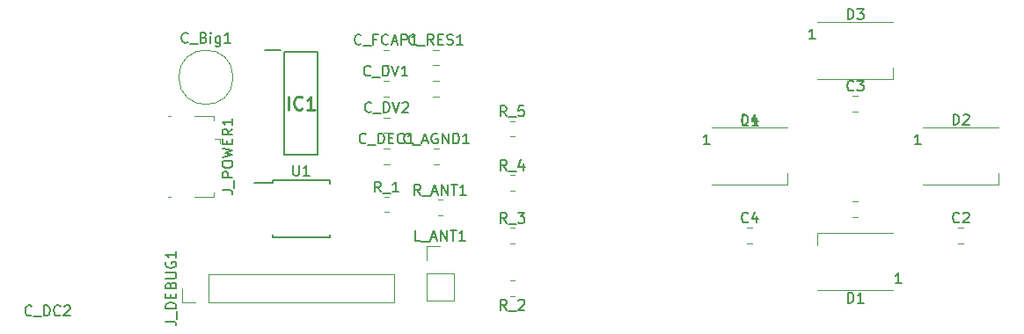
<source format=gbr>
%TF.GenerationSoftware,KiCad,Pcbnew,(6.0.7)*%
%TF.CreationDate,2022-09-13T21:36:05-06:00*%
%TF.ProjectId,attiny_rfid_light,61747469-6e79-45f7-9266-69645f6c6967,rev?*%
%TF.SameCoordinates,Original*%
%TF.FileFunction,Legend,Top*%
%TF.FilePolarity,Positive*%
%FSLAX46Y46*%
G04 Gerber Fmt 4.6, Leading zero omitted, Abs format (unit mm)*
G04 Created by KiCad (PCBNEW (6.0.7)) date 2022-09-13 21:36:05*
%MOMM*%
%LPD*%
G01*
G04 APERTURE LIST*
%ADD10C,0.150000*%
%ADD11C,0.254000*%
%ADD12C,0.120000*%
%ADD13C,0.200000*%
G04 APERTURE END LIST*
D10*
%TO.C,U1*%
X83058095Y-87212380D02*
X83058095Y-88021904D01*
X83105714Y-88117142D01*
X83153333Y-88164761D01*
X83248571Y-88212380D01*
X83439047Y-88212380D01*
X83534285Y-88164761D01*
X83581904Y-88117142D01*
X83629523Y-88021904D01*
X83629523Y-87212380D01*
X84629523Y-88212380D02*
X84058095Y-88212380D01*
X84343809Y-88212380D02*
X84343809Y-87212380D01*
X84248571Y-87355238D01*
X84153333Y-87450476D01*
X84058095Y-87498095D01*
%TO.C,R_ANT1*%
X95315547Y-90069780D02*
X94982214Y-89593590D01*
X94744119Y-90069780D02*
X94744119Y-89069780D01*
X95125071Y-89069780D01*
X95220309Y-89117400D01*
X95267928Y-89165019D01*
X95315547Y-89260257D01*
X95315547Y-89403114D01*
X95267928Y-89498352D01*
X95220309Y-89545971D01*
X95125071Y-89593590D01*
X94744119Y-89593590D01*
X95506023Y-90165019D02*
X96267928Y-90165019D01*
X96458404Y-89784066D02*
X96934595Y-89784066D01*
X96363166Y-90069780D02*
X96696500Y-89069780D01*
X97029833Y-90069780D01*
X97363166Y-90069780D02*
X97363166Y-89069780D01*
X97934595Y-90069780D01*
X97934595Y-89069780D01*
X98267928Y-89069780D02*
X98839357Y-89069780D01*
X98553642Y-90069780D02*
X98553642Y-89069780D01*
X99696500Y-90069780D02*
X99125071Y-90069780D01*
X99410785Y-90069780D02*
X99410785Y-89069780D01*
X99315547Y-89212638D01*
X99220309Y-89307876D01*
X99125071Y-89355495D01*
%TO.C,R_5*%
X103583980Y-82500280D02*
X103250647Y-82024090D01*
X103012552Y-82500280D02*
X103012552Y-81500280D01*
X103393504Y-81500280D01*
X103488742Y-81547900D01*
X103536361Y-81595519D01*
X103583980Y-81690757D01*
X103583980Y-81833614D01*
X103536361Y-81928852D01*
X103488742Y-81976471D01*
X103393504Y-82024090D01*
X103012552Y-82024090D01*
X103774457Y-82595519D02*
X104536361Y-82595519D01*
X105250647Y-81500280D02*
X104774457Y-81500280D01*
X104726838Y-81976471D01*
X104774457Y-81928852D01*
X104869695Y-81881233D01*
X105107790Y-81881233D01*
X105203028Y-81928852D01*
X105250647Y-81976471D01*
X105298266Y-82071709D01*
X105298266Y-82309804D01*
X105250647Y-82405042D01*
X105203028Y-82452661D01*
X105107790Y-82500280D01*
X104869695Y-82500280D01*
X104774457Y-82452661D01*
X104726838Y-82405042D01*
%TO.C,R_4*%
X103592380Y-87702380D02*
X103259047Y-87226190D01*
X103020952Y-87702380D02*
X103020952Y-86702380D01*
X103401904Y-86702380D01*
X103497142Y-86750000D01*
X103544761Y-86797619D01*
X103592380Y-86892857D01*
X103592380Y-87035714D01*
X103544761Y-87130952D01*
X103497142Y-87178571D01*
X103401904Y-87226190D01*
X103020952Y-87226190D01*
X103782857Y-87797619D02*
X104544761Y-87797619D01*
X105211428Y-87035714D02*
X105211428Y-87702380D01*
X104973333Y-86654761D02*
X104735238Y-87369047D01*
X105354285Y-87369047D01*
%TO.C,R_3*%
X103592380Y-92782380D02*
X103259047Y-92306190D01*
X103020952Y-92782380D02*
X103020952Y-91782380D01*
X103401904Y-91782380D01*
X103497142Y-91830000D01*
X103544761Y-91877619D01*
X103592380Y-91972857D01*
X103592380Y-92115714D01*
X103544761Y-92210952D01*
X103497142Y-92258571D01*
X103401904Y-92306190D01*
X103020952Y-92306190D01*
X103782857Y-92877619D02*
X104544761Y-92877619D01*
X104687619Y-91782380D02*
X105306666Y-91782380D01*
X104973333Y-92163333D01*
X105116190Y-92163333D01*
X105211428Y-92210952D01*
X105259047Y-92258571D01*
X105306666Y-92353809D01*
X105306666Y-92591904D01*
X105259047Y-92687142D01*
X105211428Y-92734761D01*
X105116190Y-92782380D01*
X104830476Y-92782380D01*
X104735238Y-92734761D01*
X104687619Y-92687142D01*
%TO.C,R_2*%
X103592380Y-101162380D02*
X103259047Y-100686190D01*
X103020952Y-101162380D02*
X103020952Y-100162380D01*
X103401904Y-100162380D01*
X103497142Y-100210000D01*
X103544761Y-100257619D01*
X103592380Y-100352857D01*
X103592380Y-100495714D01*
X103544761Y-100590952D01*
X103497142Y-100638571D01*
X103401904Y-100686190D01*
X103020952Y-100686190D01*
X103782857Y-101257619D02*
X104544761Y-101257619D01*
X104735238Y-100257619D02*
X104782857Y-100210000D01*
X104878095Y-100162380D01*
X105116190Y-100162380D01*
X105211428Y-100210000D01*
X105259047Y-100257619D01*
X105306666Y-100352857D01*
X105306666Y-100448095D01*
X105259047Y-100590952D01*
X104687619Y-101162380D01*
X105306666Y-101162380D01*
%TO.C,R_1*%
X91494580Y-89791280D02*
X91161247Y-89315090D01*
X90923152Y-89791280D02*
X90923152Y-88791280D01*
X91304104Y-88791280D01*
X91399342Y-88838900D01*
X91446961Y-88886519D01*
X91494580Y-88981757D01*
X91494580Y-89124614D01*
X91446961Y-89219852D01*
X91399342Y-89267471D01*
X91304104Y-89315090D01*
X90923152Y-89315090D01*
X91685057Y-89886519D02*
X92446961Y-89886519D01*
X93208866Y-89791280D02*
X92637438Y-89791280D01*
X92923152Y-89791280D02*
X92923152Y-88791280D01*
X92827914Y-88934138D01*
X92732676Y-89029376D01*
X92637438Y-89076995D01*
%TO.C,L_ANT1*%
X95315547Y-94469780D02*
X94839357Y-94469780D01*
X94839357Y-93469780D01*
X95410785Y-94565019D02*
X96172690Y-94565019D01*
X96363166Y-94184066D02*
X96839357Y-94184066D01*
X96267928Y-94469780D02*
X96601261Y-93469780D01*
X96934595Y-94469780D01*
X97267928Y-94469780D02*
X97267928Y-93469780D01*
X97839357Y-94469780D01*
X97839357Y-93469780D01*
X98172690Y-93469780D02*
X98744119Y-93469780D01*
X98458404Y-94469780D02*
X98458404Y-93469780D01*
X99601261Y-94469780D02*
X99029833Y-94469780D01*
X99315547Y-94469780D02*
X99315547Y-93469780D01*
X99220309Y-93612638D01*
X99125071Y-93707876D01*
X99029833Y-93755495D01*
%TO.C,J_POWER1*%
X76224880Y-89621904D02*
X76939166Y-89621904D01*
X77082023Y-89669523D01*
X77177261Y-89764761D01*
X77224880Y-89907619D01*
X77224880Y-90002857D01*
X77320119Y-89383809D02*
X77320119Y-88621904D01*
X77224880Y-88383809D02*
X76224880Y-88383809D01*
X76224880Y-88002857D01*
X76272500Y-87907619D01*
X76320119Y-87860000D01*
X76415357Y-87812380D01*
X76558214Y-87812380D01*
X76653452Y-87860000D01*
X76701071Y-87907619D01*
X76748690Y-88002857D01*
X76748690Y-88383809D01*
X76224880Y-87193333D02*
X76224880Y-87002857D01*
X76272500Y-86907619D01*
X76367738Y-86812380D01*
X76558214Y-86764761D01*
X76891547Y-86764761D01*
X77082023Y-86812380D01*
X77177261Y-86907619D01*
X77224880Y-87002857D01*
X77224880Y-87193333D01*
X77177261Y-87288571D01*
X77082023Y-87383809D01*
X76891547Y-87431428D01*
X76558214Y-87431428D01*
X76367738Y-87383809D01*
X76272500Y-87288571D01*
X76224880Y-87193333D01*
X76224880Y-86431428D02*
X77224880Y-86193333D01*
X76510595Y-86002857D01*
X77224880Y-85812380D01*
X76224880Y-85574285D01*
X76701071Y-85193333D02*
X76701071Y-84860000D01*
X77224880Y-84717142D02*
X77224880Y-85193333D01*
X76224880Y-85193333D01*
X76224880Y-84717142D01*
X77224880Y-83717142D02*
X76748690Y-84050476D01*
X77224880Y-84288571D02*
X76224880Y-84288571D01*
X76224880Y-83907619D01*
X76272500Y-83812380D01*
X76320119Y-83764761D01*
X76415357Y-83717142D01*
X76558214Y-83717142D01*
X76653452Y-83764761D01*
X76701071Y-83812380D01*
X76748690Y-83907619D01*
X76748690Y-84288571D01*
X77224880Y-82764761D02*
X77224880Y-83336190D01*
X77224880Y-83050476D02*
X76224880Y-83050476D01*
X76367738Y-83145714D01*
X76462976Y-83240952D01*
X76510595Y-83336190D01*
%TO.C,J_DEBUG1*%
X70782380Y-102250476D02*
X71496666Y-102250476D01*
X71639523Y-102298095D01*
X71734761Y-102393333D01*
X71782380Y-102536190D01*
X71782380Y-102631428D01*
X71877619Y-102012380D02*
X71877619Y-101250476D01*
X71782380Y-101012380D02*
X70782380Y-101012380D01*
X70782380Y-100774285D01*
X70830000Y-100631428D01*
X70925238Y-100536190D01*
X71020476Y-100488571D01*
X71210952Y-100440952D01*
X71353809Y-100440952D01*
X71544285Y-100488571D01*
X71639523Y-100536190D01*
X71734761Y-100631428D01*
X71782380Y-100774285D01*
X71782380Y-101012380D01*
X71258571Y-100012380D02*
X71258571Y-99679047D01*
X71782380Y-99536190D02*
X71782380Y-100012380D01*
X70782380Y-100012380D01*
X70782380Y-99536190D01*
X71258571Y-98774285D02*
X71306190Y-98631428D01*
X71353809Y-98583809D01*
X71449047Y-98536190D01*
X71591904Y-98536190D01*
X71687142Y-98583809D01*
X71734761Y-98631428D01*
X71782380Y-98726666D01*
X71782380Y-99107619D01*
X70782380Y-99107619D01*
X70782380Y-98774285D01*
X70830000Y-98679047D01*
X70877619Y-98631428D01*
X70972857Y-98583809D01*
X71068095Y-98583809D01*
X71163333Y-98631428D01*
X71210952Y-98679047D01*
X71258571Y-98774285D01*
X71258571Y-99107619D01*
X70782380Y-98107619D02*
X71591904Y-98107619D01*
X71687142Y-98060000D01*
X71734761Y-98012380D01*
X71782380Y-97917142D01*
X71782380Y-97726666D01*
X71734761Y-97631428D01*
X71687142Y-97583809D01*
X71591904Y-97536190D01*
X70782380Y-97536190D01*
X70830000Y-96536190D02*
X70782380Y-96631428D01*
X70782380Y-96774285D01*
X70830000Y-96917142D01*
X70925238Y-97012380D01*
X71020476Y-97060000D01*
X71210952Y-97107619D01*
X71353809Y-97107619D01*
X71544285Y-97060000D01*
X71639523Y-97012380D01*
X71734761Y-96917142D01*
X71782380Y-96774285D01*
X71782380Y-96679047D01*
X71734761Y-96536190D01*
X71687142Y-96488571D01*
X71353809Y-96488571D01*
X71353809Y-96679047D01*
X71782380Y-95536190D02*
X71782380Y-96107619D01*
X71782380Y-95821904D02*
X70782380Y-95821904D01*
X70925238Y-95917142D01*
X71020476Y-96012380D01*
X71068095Y-96107619D01*
D11*
%TO.C,IC1*%
X82580238Y-81854523D02*
X82580238Y-80584523D01*
X83910714Y-81733571D02*
X83850238Y-81794047D01*
X83668809Y-81854523D01*
X83547857Y-81854523D01*
X83366428Y-81794047D01*
X83245476Y-81673095D01*
X83185000Y-81552142D01*
X83124523Y-81310238D01*
X83124523Y-81128809D01*
X83185000Y-80886904D01*
X83245476Y-80765952D01*
X83366428Y-80645000D01*
X83547857Y-80584523D01*
X83668809Y-80584523D01*
X83850238Y-80645000D01*
X83910714Y-80705476D01*
X85120238Y-81854523D02*
X84394523Y-81854523D01*
X84757380Y-81854523D02*
X84757380Y-80584523D01*
X84636428Y-80765952D01*
X84515476Y-80886904D01*
X84394523Y-80947380D01*
D10*
%TO.C,D4*%
X126261904Y-83312380D02*
X126261904Y-82312380D01*
X126500000Y-82312380D01*
X126642857Y-82360000D01*
X126738095Y-82455238D01*
X126785714Y-82550476D01*
X126833333Y-82740952D01*
X126833333Y-82883809D01*
X126785714Y-83074285D01*
X126738095Y-83169523D01*
X126642857Y-83264761D01*
X126500000Y-83312380D01*
X126261904Y-83312380D01*
X127690476Y-82645714D02*
X127690476Y-83312380D01*
X127452380Y-82264761D02*
X127214285Y-82979047D01*
X127833333Y-82979047D01*
X123135714Y-85212380D02*
X122564285Y-85212380D01*
X122850000Y-85212380D02*
X122850000Y-84212380D01*
X122754761Y-84355238D01*
X122659523Y-84450476D01*
X122564285Y-84498095D01*
%TO.C,D3*%
X136421904Y-73152380D02*
X136421904Y-72152380D01*
X136660000Y-72152380D01*
X136802857Y-72200000D01*
X136898095Y-72295238D01*
X136945714Y-72390476D01*
X136993333Y-72580952D01*
X136993333Y-72723809D01*
X136945714Y-72914285D01*
X136898095Y-73009523D01*
X136802857Y-73104761D01*
X136660000Y-73152380D01*
X136421904Y-73152380D01*
X137326666Y-72152380D02*
X137945714Y-72152380D01*
X137612380Y-72533333D01*
X137755238Y-72533333D01*
X137850476Y-72580952D01*
X137898095Y-72628571D01*
X137945714Y-72723809D01*
X137945714Y-72961904D01*
X137898095Y-73057142D01*
X137850476Y-73104761D01*
X137755238Y-73152380D01*
X137469523Y-73152380D01*
X137374285Y-73104761D01*
X137326666Y-73057142D01*
X133295714Y-75052380D02*
X132724285Y-75052380D01*
X133010000Y-75052380D02*
X133010000Y-74052380D01*
X132914761Y-74195238D01*
X132819523Y-74290476D01*
X132724285Y-74338095D01*
%TO.C,D2*%
X146581904Y-83312380D02*
X146581904Y-82312380D01*
X146820000Y-82312380D01*
X146962857Y-82360000D01*
X147058095Y-82455238D01*
X147105714Y-82550476D01*
X147153333Y-82740952D01*
X147153333Y-82883809D01*
X147105714Y-83074285D01*
X147058095Y-83169523D01*
X146962857Y-83264761D01*
X146820000Y-83312380D01*
X146581904Y-83312380D01*
X147534285Y-82407619D02*
X147581904Y-82360000D01*
X147677142Y-82312380D01*
X147915238Y-82312380D01*
X148010476Y-82360000D01*
X148058095Y-82407619D01*
X148105714Y-82502857D01*
X148105714Y-82598095D01*
X148058095Y-82740952D01*
X147486666Y-83312380D01*
X148105714Y-83312380D01*
X143455714Y-85212380D02*
X142884285Y-85212380D01*
X143170000Y-85212380D02*
X143170000Y-84212380D01*
X143074761Y-84355238D01*
X142979523Y-84450476D01*
X142884285Y-84498095D01*
%TO.C,D1*%
X136421904Y-100472380D02*
X136421904Y-99472380D01*
X136660000Y-99472380D01*
X136802857Y-99520000D01*
X136898095Y-99615238D01*
X136945714Y-99710476D01*
X136993333Y-99900952D01*
X136993333Y-100043809D01*
X136945714Y-100234285D01*
X136898095Y-100329523D01*
X136802857Y-100424761D01*
X136660000Y-100472380D01*
X136421904Y-100472380D01*
X137945714Y-100472380D02*
X137374285Y-100472380D01*
X137660000Y-100472380D02*
X137660000Y-99472380D01*
X137564761Y-99615238D01*
X137469523Y-99710476D01*
X137374285Y-99758095D01*
X141595714Y-98572380D02*
X141024285Y-98572380D01*
X141310000Y-98572380D02*
X141310000Y-97572380D01*
X141214761Y-97715238D01*
X141119523Y-97810476D01*
X141024285Y-97858095D01*
%TO.C,C_RES1*%
X94813209Y-75509342D02*
X94765590Y-75556961D01*
X94622733Y-75604580D01*
X94527495Y-75604580D01*
X94384638Y-75556961D01*
X94289400Y-75461723D01*
X94241780Y-75366485D01*
X94194161Y-75176009D01*
X94194161Y-75033152D01*
X94241780Y-74842676D01*
X94289400Y-74747438D01*
X94384638Y-74652200D01*
X94527495Y-74604580D01*
X94622733Y-74604580D01*
X94765590Y-74652200D01*
X94813209Y-74699819D01*
X95003685Y-75699819D02*
X95765590Y-75699819D01*
X96575114Y-75604580D02*
X96241780Y-75128390D01*
X96003685Y-75604580D02*
X96003685Y-74604580D01*
X96384638Y-74604580D01*
X96479876Y-74652200D01*
X96527495Y-74699819D01*
X96575114Y-74795057D01*
X96575114Y-74937914D01*
X96527495Y-75033152D01*
X96479876Y-75080771D01*
X96384638Y-75128390D01*
X96003685Y-75128390D01*
X97003685Y-75080771D02*
X97337019Y-75080771D01*
X97479876Y-75604580D02*
X97003685Y-75604580D01*
X97003685Y-74604580D01*
X97479876Y-74604580D01*
X97860828Y-75556961D02*
X98003685Y-75604580D01*
X98241780Y-75604580D01*
X98337019Y-75556961D01*
X98384638Y-75509342D01*
X98432257Y-75414104D01*
X98432257Y-75318866D01*
X98384638Y-75223628D01*
X98337019Y-75176009D01*
X98241780Y-75128390D01*
X98051304Y-75080771D01*
X97956066Y-75033152D01*
X97908447Y-74985533D01*
X97860828Y-74890295D01*
X97860828Y-74795057D01*
X97908447Y-74699819D01*
X97956066Y-74652200D01*
X98051304Y-74604580D01*
X98289400Y-74604580D01*
X98432257Y-74652200D01*
X99384638Y-75604580D02*
X98813209Y-75604580D01*
X99098923Y-75604580D02*
X99098923Y-74604580D01*
X99003685Y-74747438D01*
X98908447Y-74842676D01*
X98813209Y-74890295D01*
%TO.C,C_FCAP1*%
X89574638Y-75509342D02*
X89527019Y-75556961D01*
X89384161Y-75604580D01*
X89288923Y-75604580D01*
X89146066Y-75556961D01*
X89050828Y-75461723D01*
X89003209Y-75366485D01*
X88955590Y-75176009D01*
X88955590Y-75033152D01*
X89003209Y-74842676D01*
X89050828Y-74747438D01*
X89146066Y-74652200D01*
X89288923Y-74604580D01*
X89384161Y-74604580D01*
X89527019Y-74652200D01*
X89574638Y-74699819D01*
X89765114Y-75699819D02*
X90527019Y-75699819D01*
X91098447Y-75080771D02*
X90765114Y-75080771D01*
X90765114Y-75604580D02*
X90765114Y-74604580D01*
X91241304Y-74604580D01*
X92193685Y-75509342D02*
X92146066Y-75556961D01*
X92003209Y-75604580D01*
X91907971Y-75604580D01*
X91765114Y-75556961D01*
X91669876Y-75461723D01*
X91622257Y-75366485D01*
X91574638Y-75176009D01*
X91574638Y-75033152D01*
X91622257Y-74842676D01*
X91669876Y-74747438D01*
X91765114Y-74652200D01*
X91907971Y-74604580D01*
X92003209Y-74604580D01*
X92146066Y-74652200D01*
X92193685Y-74699819D01*
X92574638Y-75318866D02*
X93050828Y-75318866D01*
X92479400Y-75604580D02*
X92812733Y-74604580D01*
X93146066Y-75604580D01*
X93479400Y-75604580D02*
X93479400Y-74604580D01*
X93860352Y-74604580D01*
X93955590Y-74652200D01*
X94003209Y-74699819D01*
X94050828Y-74795057D01*
X94050828Y-74937914D01*
X94003209Y-75033152D01*
X93955590Y-75080771D01*
X93860352Y-75128390D01*
X93479400Y-75128390D01*
X95003209Y-75604580D02*
X94431780Y-75604580D01*
X94717495Y-75604580D02*
X94717495Y-74604580D01*
X94622257Y-74747438D01*
X94527019Y-74842676D01*
X94431780Y-74890295D01*
%TO.C,C_DV2*%
X90573809Y-82027142D02*
X90526190Y-82074761D01*
X90383333Y-82122380D01*
X90288095Y-82122380D01*
X90145238Y-82074761D01*
X90050000Y-81979523D01*
X90002380Y-81884285D01*
X89954761Y-81693809D01*
X89954761Y-81550952D01*
X90002380Y-81360476D01*
X90050000Y-81265238D01*
X90145238Y-81170000D01*
X90288095Y-81122380D01*
X90383333Y-81122380D01*
X90526190Y-81170000D01*
X90573809Y-81217619D01*
X90764285Y-82217619D02*
X91526190Y-82217619D01*
X91764285Y-82122380D02*
X91764285Y-81122380D01*
X92002380Y-81122380D01*
X92145238Y-81170000D01*
X92240476Y-81265238D01*
X92288095Y-81360476D01*
X92335714Y-81550952D01*
X92335714Y-81693809D01*
X92288095Y-81884285D01*
X92240476Y-81979523D01*
X92145238Y-82074761D01*
X92002380Y-82122380D01*
X91764285Y-82122380D01*
X92621428Y-81122380D02*
X92954761Y-82122380D01*
X93288095Y-81122380D01*
X93573809Y-81217619D02*
X93621428Y-81170000D01*
X93716666Y-81122380D01*
X93954761Y-81122380D01*
X94050000Y-81170000D01*
X94097619Y-81217619D01*
X94145238Y-81312857D01*
X94145238Y-81408095D01*
X94097619Y-81550952D01*
X93526190Y-82122380D01*
X94145238Y-82122380D01*
%TO.C,C_DV1*%
X90503209Y-78519342D02*
X90455590Y-78566961D01*
X90312733Y-78614580D01*
X90217495Y-78614580D01*
X90074638Y-78566961D01*
X89979400Y-78471723D01*
X89931780Y-78376485D01*
X89884161Y-78186009D01*
X89884161Y-78043152D01*
X89931780Y-77852676D01*
X89979400Y-77757438D01*
X90074638Y-77662200D01*
X90217495Y-77614580D01*
X90312733Y-77614580D01*
X90455590Y-77662200D01*
X90503209Y-77709819D01*
X90693685Y-78709819D02*
X91455590Y-78709819D01*
X91693685Y-78614580D02*
X91693685Y-77614580D01*
X91931780Y-77614580D01*
X92074638Y-77662200D01*
X92169876Y-77757438D01*
X92217495Y-77852676D01*
X92265114Y-78043152D01*
X92265114Y-78186009D01*
X92217495Y-78376485D01*
X92169876Y-78471723D01*
X92074638Y-78566961D01*
X91931780Y-78614580D01*
X91693685Y-78614580D01*
X92550828Y-77614580D02*
X92884161Y-78614580D01*
X93217495Y-77614580D01*
X94074638Y-78614580D02*
X93503209Y-78614580D01*
X93788923Y-78614580D02*
X93788923Y-77614580D01*
X93693685Y-77757438D01*
X93598447Y-77852676D01*
X93503209Y-77900295D01*
%TO.C,C_DEC1*%
X90050000Y-85037142D02*
X90002380Y-85084761D01*
X89859523Y-85132380D01*
X89764285Y-85132380D01*
X89621428Y-85084761D01*
X89526190Y-84989523D01*
X89478571Y-84894285D01*
X89430952Y-84703809D01*
X89430952Y-84560952D01*
X89478571Y-84370476D01*
X89526190Y-84275238D01*
X89621428Y-84180000D01*
X89764285Y-84132380D01*
X89859523Y-84132380D01*
X90002380Y-84180000D01*
X90050000Y-84227619D01*
X90240476Y-85227619D02*
X91002380Y-85227619D01*
X91240476Y-85132380D02*
X91240476Y-84132380D01*
X91478571Y-84132380D01*
X91621428Y-84180000D01*
X91716666Y-84275238D01*
X91764285Y-84370476D01*
X91811904Y-84560952D01*
X91811904Y-84703809D01*
X91764285Y-84894285D01*
X91716666Y-84989523D01*
X91621428Y-85084761D01*
X91478571Y-85132380D01*
X91240476Y-85132380D01*
X92240476Y-84608571D02*
X92573809Y-84608571D01*
X92716666Y-85132380D02*
X92240476Y-85132380D01*
X92240476Y-84132380D01*
X92716666Y-84132380D01*
X93716666Y-85037142D02*
X93669047Y-85084761D01*
X93526190Y-85132380D01*
X93430952Y-85132380D01*
X93288095Y-85084761D01*
X93192857Y-84989523D01*
X93145238Y-84894285D01*
X93097619Y-84703809D01*
X93097619Y-84560952D01*
X93145238Y-84370476D01*
X93192857Y-84275238D01*
X93288095Y-84180000D01*
X93430952Y-84132380D01*
X93526190Y-84132380D01*
X93669047Y-84180000D01*
X93716666Y-84227619D01*
X94669047Y-85132380D02*
X94097619Y-85132380D01*
X94383333Y-85132380D02*
X94383333Y-84132380D01*
X94288095Y-84275238D01*
X94192857Y-84370476D01*
X94097619Y-84418095D01*
%TO.C,C_DC2*%
X57880380Y-101616042D02*
X57832761Y-101663661D01*
X57689904Y-101711280D01*
X57594666Y-101711280D01*
X57451809Y-101663661D01*
X57356571Y-101568423D01*
X57308952Y-101473185D01*
X57261333Y-101282709D01*
X57261333Y-101139852D01*
X57308952Y-100949376D01*
X57356571Y-100854138D01*
X57451809Y-100758900D01*
X57594666Y-100711280D01*
X57689904Y-100711280D01*
X57832761Y-100758900D01*
X57880380Y-100806519D01*
X58070857Y-101806519D02*
X58832761Y-101806519D01*
X59070857Y-101711280D02*
X59070857Y-100711280D01*
X59308952Y-100711280D01*
X59451809Y-100758900D01*
X59547047Y-100854138D01*
X59594666Y-100949376D01*
X59642285Y-101139852D01*
X59642285Y-101282709D01*
X59594666Y-101473185D01*
X59547047Y-101568423D01*
X59451809Y-101663661D01*
X59308952Y-101711280D01*
X59070857Y-101711280D01*
X60642285Y-101616042D02*
X60594666Y-101663661D01*
X60451809Y-101711280D01*
X60356571Y-101711280D01*
X60213714Y-101663661D01*
X60118476Y-101568423D01*
X60070857Y-101473185D01*
X60023238Y-101282709D01*
X60023238Y-101139852D01*
X60070857Y-100949376D01*
X60118476Y-100854138D01*
X60213714Y-100758900D01*
X60356571Y-100711280D01*
X60451809Y-100711280D01*
X60594666Y-100758900D01*
X60642285Y-100806519D01*
X61023238Y-100806519D02*
X61070857Y-100758900D01*
X61166095Y-100711280D01*
X61404190Y-100711280D01*
X61499428Y-100758900D01*
X61547047Y-100806519D01*
X61594666Y-100901757D01*
X61594666Y-100996995D01*
X61547047Y-101139852D01*
X60975619Y-101711280D01*
X61594666Y-101711280D01*
%TO.C,C_Big1*%
X72921904Y-75347142D02*
X72874285Y-75394761D01*
X72731428Y-75442380D01*
X72636190Y-75442380D01*
X72493333Y-75394761D01*
X72398095Y-75299523D01*
X72350476Y-75204285D01*
X72302857Y-75013809D01*
X72302857Y-74870952D01*
X72350476Y-74680476D01*
X72398095Y-74585238D01*
X72493333Y-74490000D01*
X72636190Y-74442380D01*
X72731428Y-74442380D01*
X72874285Y-74490000D01*
X72921904Y-74537619D01*
X73112380Y-75537619D02*
X73874285Y-75537619D01*
X74445714Y-74918571D02*
X74588571Y-74966190D01*
X74636190Y-75013809D01*
X74683809Y-75109047D01*
X74683809Y-75251904D01*
X74636190Y-75347142D01*
X74588571Y-75394761D01*
X74493333Y-75442380D01*
X74112380Y-75442380D01*
X74112380Y-74442380D01*
X74445714Y-74442380D01*
X74540952Y-74490000D01*
X74588571Y-74537619D01*
X74636190Y-74632857D01*
X74636190Y-74728095D01*
X74588571Y-74823333D01*
X74540952Y-74870952D01*
X74445714Y-74918571D01*
X74112380Y-74918571D01*
X75112380Y-75442380D02*
X75112380Y-74775714D01*
X75112380Y-74442380D02*
X75064761Y-74490000D01*
X75112380Y-74537619D01*
X75160000Y-74490000D01*
X75112380Y-74442380D01*
X75112380Y-74537619D01*
X76017142Y-74775714D02*
X76017142Y-75585238D01*
X75969523Y-75680476D01*
X75921904Y-75728095D01*
X75826666Y-75775714D01*
X75683809Y-75775714D01*
X75588571Y-75728095D01*
X76017142Y-75394761D02*
X75921904Y-75442380D01*
X75731428Y-75442380D01*
X75636190Y-75394761D01*
X75588571Y-75347142D01*
X75540952Y-75251904D01*
X75540952Y-74966190D01*
X75588571Y-74870952D01*
X75636190Y-74823333D01*
X75731428Y-74775714D01*
X75921904Y-74775714D01*
X76017142Y-74823333D01*
X77017142Y-75442380D02*
X76445714Y-75442380D01*
X76731428Y-75442380D02*
X76731428Y-74442380D01*
X76636190Y-74585238D01*
X76540952Y-74680476D01*
X76445714Y-74728095D01*
%TO.C,C_AGND1*%
X94360000Y-85037142D02*
X94312380Y-85084761D01*
X94169523Y-85132380D01*
X94074285Y-85132380D01*
X93931428Y-85084761D01*
X93836190Y-84989523D01*
X93788571Y-84894285D01*
X93740952Y-84703809D01*
X93740952Y-84560952D01*
X93788571Y-84370476D01*
X93836190Y-84275238D01*
X93931428Y-84180000D01*
X94074285Y-84132380D01*
X94169523Y-84132380D01*
X94312380Y-84180000D01*
X94360000Y-84227619D01*
X94550476Y-85227619D02*
X95312380Y-85227619D01*
X95502857Y-84846666D02*
X95979047Y-84846666D01*
X95407619Y-85132380D02*
X95740952Y-84132380D01*
X96074285Y-85132380D01*
X96931428Y-84180000D02*
X96836190Y-84132380D01*
X96693333Y-84132380D01*
X96550476Y-84180000D01*
X96455238Y-84275238D01*
X96407619Y-84370476D01*
X96360000Y-84560952D01*
X96360000Y-84703809D01*
X96407619Y-84894285D01*
X96455238Y-84989523D01*
X96550476Y-85084761D01*
X96693333Y-85132380D01*
X96788571Y-85132380D01*
X96931428Y-85084761D01*
X96979047Y-85037142D01*
X96979047Y-84703809D01*
X96788571Y-84703809D01*
X97407619Y-85132380D02*
X97407619Y-84132380D01*
X97979047Y-85132380D01*
X97979047Y-84132380D01*
X98455238Y-85132380D02*
X98455238Y-84132380D01*
X98693333Y-84132380D01*
X98836190Y-84180000D01*
X98931428Y-84275238D01*
X98979047Y-84370476D01*
X99026666Y-84560952D01*
X99026666Y-84703809D01*
X98979047Y-84894285D01*
X98931428Y-84989523D01*
X98836190Y-85084761D01*
X98693333Y-85132380D01*
X98455238Y-85132380D01*
X99979047Y-85132380D02*
X99407619Y-85132380D01*
X99693333Y-85132380D02*
X99693333Y-84132380D01*
X99598095Y-84275238D01*
X99502857Y-84370476D01*
X99407619Y-84418095D01*
%TO.C,C4*%
X126833333Y-92657142D02*
X126785714Y-92704761D01*
X126642857Y-92752380D01*
X126547619Y-92752380D01*
X126404761Y-92704761D01*
X126309523Y-92609523D01*
X126261904Y-92514285D01*
X126214285Y-92323809D01*
X126214285Y-92180952D01*
X126261904Y-91990476D01*
X126309523Y-91895238D01*
X126404761Y-91800000D01*
X126547619Y-91752380D01*
X126642857Y-91752380D01*
X126785714Y-91800000D01*
X126833333Y-91847619D01*
X127690476Y-92085714D02*
X127690476Y-92752380D01*
X127452380Y-91704761D02*
X127214285Y-92419047D01*
X127833333Y-92419047D01*
%TO.C,C3*%
X136993333Y-79957142D02*
X136945714Y-80004761D01*
X136802857Y-80052380D01*
X136707619Y-80052380D01*
X136564761Y-80004761D01*
X136469523Y-79909523D01*
X136421904Y-79814285D01*
X136374285Y-79623809D01*
X136374285Y-79480952D01*
X136421904Y-79290476D01*
X136469523Y-79195238D01*
X136564761Y-79100000D01*
X136707619Y-79052380D01*
X136802857Y-79052380D01*
X136945714Y-79100000D01*
X136993333Y-79147619D01*
X137326666Y-79052380D02*
X137945714Y-79052380D01*
X137612380Y-79433333D01*
X137755238Y-79433333D01*
X137850476Y-79480952D01*
X137898095Y-79528571D01*
X137945714Y-79623809D01*
X137945714Y-79861904D01*
X137898095Y-79957142D01*
X137850476Y-80004761D01*
X137755238Y-80052380D01*
X137469523Y-80052380D01*
X137374285Y-80004761D01*
X137326666Y-79957142D01*
%TO.C,C2*%
X147153333Y-92657142D02*
X147105714Y-92704761D01*
X146962857Y-92752380D01*
X146867619Y-92752380D01*
X146724761Y-92704761D01*
X146629523Y-92609523D01*
X146581904Y-92514285D01*
X146534285Y-92323809D01*
X146534285Y-92180952D01*
X146581904Y-91990476D01*
X146629523Y-91895238D01*
X146724761Y-91800000D01*
X146867619Y-91752380D01*
X146962857Y-91752380D01*
X147105714Y-91800000D01*
X147153333Y-91847619D01*
X147534285Y-91847619D02*
X147581904Y-91800000D01*
X147677142Y-91752380D01*
X147915238Y-91752380D01*
X148010476Y-91800000D01*
X148058095Y-91847619D01*
X148105714Y-91942857D01*
X148105714Y-92038095D01*
X148058095Y-92180952D01*
X147486666Y-92752380D01*
X148105714Y-92752380D01*
%TO.C,C1*%
X126833333Y-83317142D02*
X126785714Y-83364761D01*
X126642857Y-83412380D01*
X126547619Y-83412380D01*
X126404761Y-83364761D01*
X126309523Y-83269523D01*
X126261904Y-83174285D01*
X126214285Y-82983809D01*
X126214285Y-82840952D01*
X126261904Y-82650476D01*
X126309523Y-82555238D01*
X126404761Y-82460000D01*
X126547619Y-82412380D01*
X126642857Y-82412380D01*
X126785714Y-82460000D01*
X126833333Y-82507619D01*
X127785714Y-83412380D02*
X127214285Y-83412380D01*
X127500000Y-83412380D02*
X127500000Y-82412380D01*
X127404761Y-82555238D01*
X127309523Y-82650476D01*
X127214285Y-82698095D01*
%TO.C,U1*%
X81070000Y-88685000D02*
X81070000Y-88890000D01*
X81070000Y-94195000D02*
X81070000Y-93895000D01*
X86570000Y-94195000D02*
X86570000Y-93895000D01*
X81070000Y-94195000D02*
X86570000Y-94195000D01*
X86570000Y-88685000D02*
X86570000Y-88985000D01*
X81070000Y-88890000D02*
X79320000Y-88890000D01*
X81070000Y-88685000D02*
X86570000Y-88685000D01*
D12*
%TO.C,R_ANT1*%
X96969436Y-92002400D02*
X97423564Y-92002400D01*
X96969436Y-90532400D02*
X97423564Y-90532400D01*
%TO.C,R_5*%
X103904536Y-82962900D02*
X104358664Y-82962900D01*
X103904536Y-84432900D02*
X104358664Y-84432900D01*
%TO.C,R_4*%
X103912936Y-88165000D02*
X104367064Y-88165000D01*
X103912936Y-89635000D02*
X104367064Y-89635000D01*
%TO.C,R_3*%
X103912936Y-93245000D02*
X104367064Y-93245000D01*
X103912936Y-94715000D02*
X104367064Y-94715000D01*
%TO.C,R_2*%
X104367064Y-99795000D02*
X103912936Y-99795000D01*
X104367064Y-98325000D02*
X103912936Y-98325000D01*
%TO.C,R_1*%
X91815136Y-90253900D02*
X92269264Y-90253900D01*
X91815136Y-91723900D02*
X92269264Y-91723900D01*
%TO.C,L_ANT1*%
X95866500Y-96347400D02*
X95866500Y-95017400D01*
X95866500Y-100217400D02*
X98526500Y-100217400D01*
X95866500Y-97617400D02*
X95866500Y-100217400D01*
X95866500Y-97617400D02*
X98526500Y-97617400D01*
X95866500Y-95017400D02*
X97196500Y-95017400D01*
X98526500Y-97617400D02*
X98526500Y-100217400D01*
%TO.C,J_POWER1*%
X75422500Y-82460000D02*
X75422500Y-82910000D01*
X75972500Y-84660000D02*
X75522500Y-84660000D01*
X73572500Y-82460000D02*
X75422500Y-82460000D01*
X71022500Y-90260000D02*
X71272500Y-90260000D01*
X75972500Y-84660000D02*
X75972500Y-85110000D01*
X73572500Y-90260000D02*
X75422500Y-90260000D01*
X75422500Y-90260000D02*
X75422500Y-89810000D01*
X71022500Y-82460000D02*
X71272500Y-82460000D01*
%TO.C,J_DEBUG1*%
X74930000Y-100390000D02*
X74930000Y-97730000D01*
X92770000Y-100390000D02*
X92770000Y-97730000D01*
X74930000Y-100390000D02*
X92770000Y-100390000D01*
X73660000Y-100390000D02*
X72330000Y-100390000D01*
X74930000Y-97730000D02*
X92770000Y-97730000D01*
X72330000Y-100390000D02*
X72330000Y-99060000D01*
D13*
%TO.C,IC1*%
X85420000Y-86225000D02*
X82220000Y-86225000D01*
X80320000Y-76160000D02*
X81870000Y-76160000D01*
X82220000Y-76335000D02*
X85420000Y-76335000D01*
X85420000Y-76335000D02*
X85420000Y-86225000D01*
X82220000Y-86225000D02*
X82220000Y-76335000D01*
D12*
%TO.C,D4*%
X123350000Y-83610000D02*
X130650000Y-83610000D01*
X123350000Y-89110000D02*
X130650000Y-89110000D01*
X130650000Y-89110000D02*
X130650000Y-87960000D01*
%TO.C,D3*%
X133510000Y-73450000D02*
X140810000Y-73450000D01*
X133510000Y-78950000D02*
X140810000Y-78950000D01*
X140810000Y-78950000D02*
X140810000Y-77800000D01*
%TO.C,D2*%
X143670000Y-83610000D02*
X150970000Y-83610000D01*
X143670000Y-89110000D02*
X150970000Y-89110000D01*
X150970000Y-89110000D02*
X150970000Y-87960000D01*
%TO.C,D1*%
X140810000Y-99270000D02*
X133510000Y-99270000D01*
X140810000Y-93770000D02*
X133510000Y-93770000D01*
X133510000Y-93770000D02*
X133510000Y-94920000D01*
%TO.C,C_RES1*%
X96528148Y-77567200D02*
X97050652Y-77567200D01*
X96528148Y-76097200D02*
X97050652Y-76097200D01*
%TO.C,C_FCAP1*%
X91718148Y-77567200D02*
X92240652Y-77567200D01*
X91718148Y-76097200D02*
X92240652Y-76097200D01*
%TO.C,C_DV2*%
X91788748Y-82615000D02*
X92311252Y-82615000D01*
X91788748Y-84085000D02*
X92311252Y-84085000D01*
%TO.C,C_DV1*%
X91718148Y-80577200D02*
X92240652Y-80577200D01*
X91718148Y-79107200D02*
X92240652Y-79107200D01*
%TO.C,C_DEC1*%
X91788748Y-85625000D02*
X92311252Y-85625000D01*
X91788748Y-87095000D02*
X92311252Y-87095000D01*
%TO.C,C_DC2*%
X96526748Y-79103900D02*
X97049252Y-79103900D01*
X96526748Y-80573900D02*
X97049252Y-80573900D01*
%TO.C,C_Big1*%
X77280000Y-78740000D02*
G75*
G03*
X77280000Y-78740000I-2620000J0D01*
G01*
%TO.C,C_AGND1*%
X96598748Y-85625000D02*
X97121252Y-85625000D01*
X96598748Y-87095000D02*
X97121252Y-87095000D01*
%TO.C,C4*%
X126738748Y-93245000D02*
X127261252Y-93245000D01*
X126738748Y-94715000D02*
X127261252Y-94715000D01*
%TO.C,C3*%
X136898748Y-80545000D02*
X137421252Y-80545000D01*
X136898748Y-82015000D02*
X137421252Y-82015000D01*
%TO.C,C2*%
X147058748Y-93245000D02*
X147581252Y-93245000D01*
X147058748Y-94715000D02*
X147581252Y-94715000D01*
%TO.C,C1*%
X137421252Y-92175000D02*
X136898748Y-92175000D01*
X137421252Y-90705000D02*
X136898748Y-90705000D01*
%TD*%
M02*

</source>
